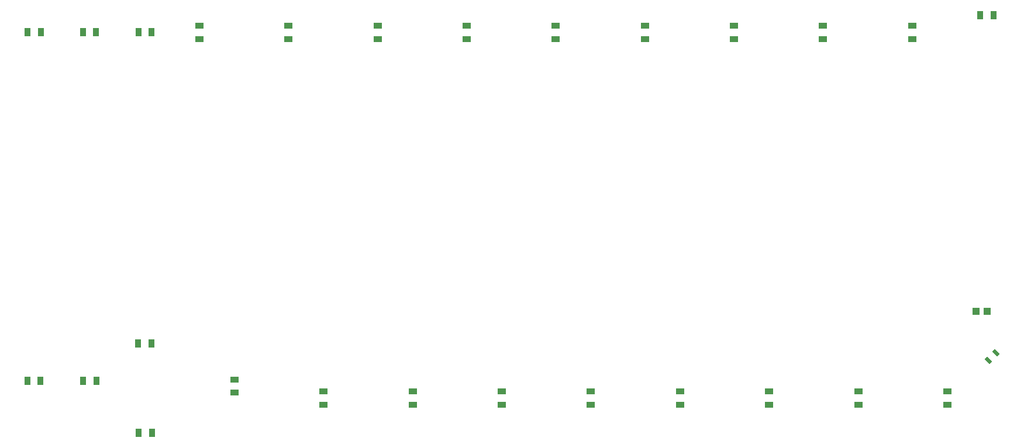
<source format=gbp>
G04*
G04 #@! TF.GenerationSoftware,Altium Limited,Altium Designer,21.7.1 (17)*
G04*
G04 Layer_Color=128*
%FSLAX44Y44*%
%MOMM*%
G71*
G04*
G04 #@! TF.SameCoordinates,6DA6EFF2-A010-467E-8A55-43E705FB17ED*
G04*
G04*
G04 #@! TF.FilePolarity,Positive*
G04*
G01*
G75*
%ADD25R,0.9000X1.3000*%
%ADD28R,1.3000X0.9000*%
%ADD31R,1.0000X1.0000*%
G04:AMPARAMS|DCode=134|XSize=1mm|YSize=0.5mm|CornerRadius=0mm|HoleSize=0mm|Usage=FLASHONLY|Rotation=135.000|XOffset=0mm|YOffset=0mm|HoleType=Round|Shape=Rectangle|*
%AMROTATEDRECTD134*
4,1,4,0.5303,-0.1768,0.1768,-0.5303,-0.5303,0.1768,-0.1768,0.5303,0.5303,-0.1768,0.0*
%
%ADD134ROTATEDRECTD134*%

D25*
X134000Y153000D02*
D03*
X53500D02*
D03*
X213750Y207250D02*
D03*
X195500Y78000D02*
D03*
X133750Y658750D02*
D03*
X114750D02*
D03*
X115000Y153000D02*
D03*
X214000Y658500D02*
D03*
X195000D02*
D03*
X194750Y207250D02*
D03*
X34750Y658650D02*
D03*
X53750D02*
D03*
X34500Y153000D02*
D03*
X214500Y78000D02*
D03*
X1433000Y683500D02*
D03*
X1414000D02*
D03*
D28*
X334250Y155500D02*
D03*
X463200Y138000D02*
D03*
X592200D02*
D03*
X721200D02*
D03*
X850200D02*
D03*
X979200D02*
D03*
X1108200D02*
D03*
X1237200D02*
D03*
X1366000D02*
D03*
X283400Y667750D02*
D03*
Y648750D02*
D03*
X334250Y136500D02*
D03*
X412400Y667750D02*
D03*
Y648750D02*
D03*
X463200Y119000D02*
D03*
X541400Y667750D02*
D03*
Y648750D02*
D03*
X592200Y119000D02*
D03*
X670400Y667750D02*
D03*
Y648750D02*
D03*
X721200Y119000D02*
D03*
X799400Y667750D02*
D03*
Y648750D02*
D03*
X850200Y119000D02*
D03*
X928400Y667750D02*
D03*
Y648750D02*
D03*
X979200Y119000D02*
D03*
X1057400Y667750D02*
D03*
Y648750D02*
D03*
X1108200Y119000D02*
D03*
X1186350Y667750D02*
D03*
Y648750D02*
D03*
X1237200Y119000D02*
D03*
X1315250Y667750D02*
D03*
Y648750D02*
D03*
X1366000Y119000D02*
D03*
D31*
X1407750Y253750D02*
D03*
X1423750D02*
D03*
D134*
X1436446Y193946D02*
D03*
X1425839Y183339D02*
D03*
M02*

</source>
